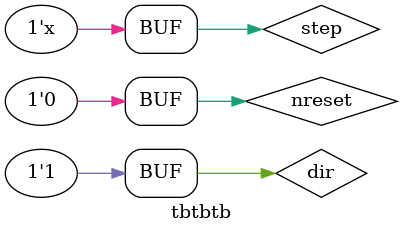
<source format=sv>
`timescale 1ns / 1ps

module tbtbtb();
    logic  nreset;
    logic  step; 
    logic  dir;
    logic  a1;
    logic  a2;
    logic  b1;
    logic  b2;       
        
    stepDrv dut(
       .nreset(nreset),
       .step(step), 
       .dir(dir),
 //   input  nfault,
       .a1(a1),
       .a2(a2),
       .b1(b1),
       .b2(b2)        
    );  

    initial begin
        step = 1'b0;
        nreset = 1'b1;
        #5  dir = 1'b1; nreset = 1'b0;  
    end
     
    always #5  step = ~step;

endmodule
</source>
